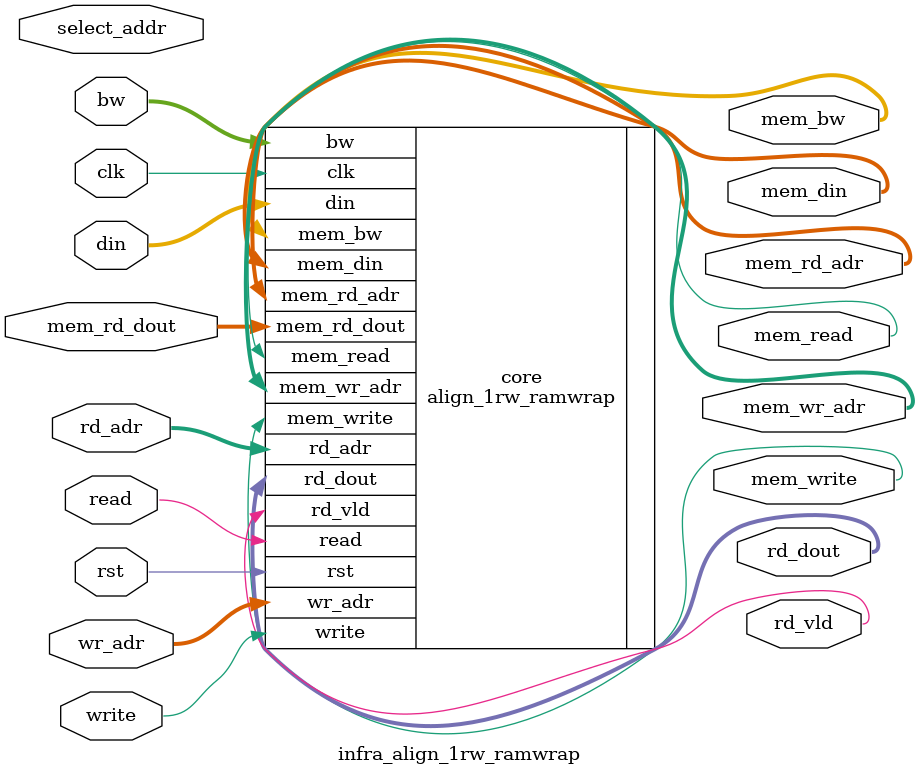
<source format=v>
module infra_align_1rw_ramwrap (write, wr_adr, bw,  din, read, rd_adr, rd_vld, rd_dout, 
	                             mem_write, mem_wr_adr, mem_bw, mem_din, mem_read, mem_rd_adr, mem_rd_dout, 
		                         clk, rst,
		                         select_addr);

  parameter WIDTH = 32;
  parameter ENAPSDO = 0;
  parameter NUMADDR = 1024;
  parameter BITADDR = 10;
  parameter NUMSROW = 256;
  parameter BITSROW = 8;
  parameter NUMWRDS = 4;
  parameter BITWRDS = 2;
  parameter SRAM_DELAY = 2;
  parameter FLOPGEN = 0;
  parameter FLOPCMD = 0;
  parameter FLOPMEM = 0;
  parameter FLOPOUT = 0;


  input write;
  input [BITADDR-1:0] wr_adr;
  input [WIDTH-1:0] bw;
  input [WIDTH-1:0] din;

  input               read;
  input [BITADDR-1:0] rd_adr;
  output              rd_vld;
  output [WIDTH-1:0]  rd_dout;

  output mem_write;
  output [BITSROW-1:0] mem_wr_adr;
  output [NUMWRDS*WIDTH-1:0] mem_bw;
  output [NUMWRDS*WIDTH-1:0] mem_din;

  output mem_read;
  output [BITSROW-1:0] mem_rd_adr;
  input [NUMWRDS*WIDTH-1:0] mem_rd_dout;

  input clk;
  input rst;

  input [BITADDR-1:0] select_addr;

  align_1rw_ramwrap #(.WIDTH (WIDTH), .ENAPSDO (ENAPSDO), .NUMADDR (NUMADDR), .BITADDR (BITADDR),
                   .NUMWRDS (NUMWRDS), .BITWRDS (BITWRDS), .NUMSROW (NUMSROW), .BITSROW (BITSROW),
                   .SRAM_DELAY (SRAM_DELAY), .FLOPGEN (FLOPGEN), .FLOPCMD (FLOPCMD), .FLOPMEM (FLOPMEM), .FLOPOUT (FLOPOUT)
                 )
    core (.write(write), .wr_adr(wr_adr) , .bw(bw) , .din(din) , .read(read) , .rd_adr(rd_adr) , .rd_vld(rd_vld) , .rd_dout(rd_dout),
          .mem_write(mem_write), .mem_wr_adr(mem_wr_adr), .mem_bw(mem_bw), .mem_din(mem_din), .mem_read(mem_read), .mem_rd_adr(mem_rd_adr), .mem_rd_dout(mem_rd_dout),
          .clk(clk), .rst(rst)
        );

`ifdef FORMAL
assume_select_addr_range: assume property (@(posedge clk) disable iff (rst) (select_addr < NUMADDR));
assume_select_addr_stable: assume property (@(posedge clk) disable iff (rst) $stable(select_addr));

ip_top_sva_align_ecc_1r1w #(
     .WIDTH       (WIDTH),
     .ENAPSDO     (ENAPSDO),
     .ENAPAR      (ENAPAR),
     .ENAECC      (ENAECC),
     .ENADEC      (ENADEC),
     .ENAHEC      (ENAHEC),
     .ENAQEC      (ENAQEC),
     .ECCWDTH     (ECCWDTH),
     .NUMADDR     (NUMADDR),
     .BITADDR     (BITADDR),
     .NUMWRDS     (NUMWRDS),
     .BITWRDS     (BITWRDS),
     .NUMSROW     (NUMSROW),
     .BITSROW     (BITSROW),
     .BITPADR     (BITPADR),
     .SRAM_DELAY  (SRAM_DELAY),
     .FLOPGEN     (FLOPGEN),
     .FLOPCMD     (FLOPCMD),
     .FLOPMEM     (FLOPMEM),
     .FLOPOUT     (FLOPOUT),
     .ENAPADR     (ENAPADR),
     .RSTZERO     (RSTZERO),
     .RSTONES     (RSTONES))
ip_top_sva (.*);

ip_top_sva_2_align_ecc_1r1w #(
     .ENAPSDO     (ENAPSDO),
     .NUMADDR     (NUMADDR),
     .BITADDR     (BITADDR),
     .NUMSROW     (NUMSROW),
     .BITSROW     (BITSROW))
ip_top_sva_2 (.*);

`elsif SIM_SVA

genvar sva_int;
// generate for (sva_int=0; sva_int<WIDTH; sva_int=sva_int+1) begin
generate for (sva_int=0; sva_int<1; sva_int=sva_int+1) begin: sva_loop
  wire [BITADDR-1:0] help_addr = sva_int;
ip_top_sva_align_ecc_1r1w #(
     .WIDTH       (WIDTH),
     .ENAPSDO     (ENAPSDO),
     .ENAPAR      (ENAPAR),
     .ENAECC      (ENAECC),
     .ENADEC      (ENADEC),
     .ENAHEC      (ENAHEC),
     .ENAQEC      (ENAQEC),
     .ECCWDTH     (ECCWDTH),
     .NUMADDR     (NUMADDR),
     .BITADDR     (BITADDR),
     .NUMWRDS     (NUMWRDS),
     .BITWRDS     (BITWRDS),
     .NUMSROW     (NUMSROW),
     .BITSROW     (BITSROW),
     .BITPADR     (BITPADR),
     .SRAM_DELAY  (SRAM_DELAY),
     .FLOPGEN     (FLOPGEN),
     .FLOPCMD     (FLOPCMD),
     .FLOPMEM     (FLOPMEM),
     .FLOPOUT     (FLOPOUT),
     .ENAPADR     (ENAPADR),
     .RSTZERO     (RSTZERO),
     .RSTONES     (RSTONES))
ip_top_sva (.select_addr(help_addr), .*);
end
endgenerate

ip_top_sva_2_align_ecc_1r1w #(
     .ENAPSDO     (ENAPSDO),
     .NUMADDR     (NUMADDR),
     .BITADDR     (BITADDR),
     .NUMSROW     (NUMSROW),
     .BITSROW     (BITSROW))
ip_top_sva_2 (.*);

`endif

endmodule // infra_align_1rw_ramwrap


</source>
